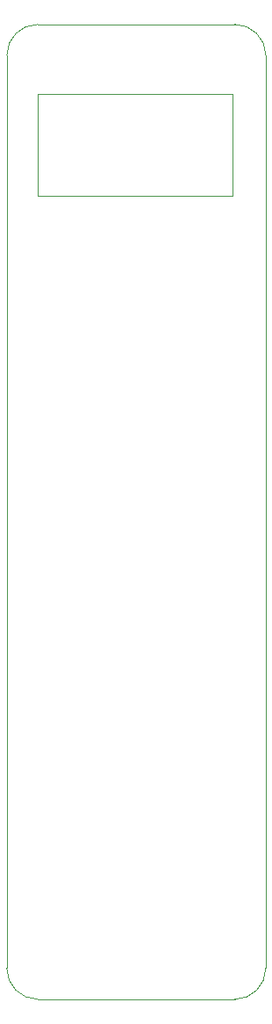
<source format=gm1>
G04 #@! TF.GenerationSoftware,KiCad,Pcbnew,(5.1.12)-1*
G04 #@! TF.CreationDate,2021-12-21T10:19:35+01:00*
G04 #@! TF.ProjectId,Transmitter,5472616e-736d-4697-9474-65722e6b6963,rev?*
G04 #@! TF.SameCoordinates,Original*
G04 #@! TF.FileFunction,Profile,NP*
%FSLAX46Y46*%
G04 Gerber Fmt 4.6, Leading zero omitted, Abs format (unit mm)*
G04 Created by KiCad (PCBNEW (5.1.12)-1) date 2021-12-21 10:19:35*
%MOMM*%
%LPD*%
G01*
G04 APERTURE LIST*
G04 #@! TA.AperFunction,Profile*
%ADD10C,0.050000*%
G04 #@! TD*
G04 APERTURE END LIST*
D10*
X133500000Y-58500000D02*
X133500000Y-48750000D01*
X152250000Y-58500000D02*
X133500000Y-58500000D01*
X152250000Y-48750000D02*
X152250000Y-58500000D01*
X133500000Y-48750000D02*
X152250000Y-48750000D01*
X155500000Y-133000000D02*
G75*
G02*
X152500000Y-136000000I-3000000J0D01*
G01*
X133500000Y-136000000D02*
G75*
G02*
X130500000Y-133000000I0J3000000D01*
G01*
X152500000Y-42000000D02*
G75*
G02*
X155500000Y-45000000I0J-3000000D01*
G01*
X130500000Y-45000000D02*
G75*
G02*
X133500000Y-42000000I3000000J0D01*
G01*
X130500000Y-133000000D02*
X130500000Y-45000000D01*
X152500000Y-136000000D02*
X133500000Y-136000000D01*
X155500000Y-45000000D02*
X155500000Y-133000000D01*
X133500000Y-42000000D02*
X152500000Y-42000000D01*
M02*

</source>
